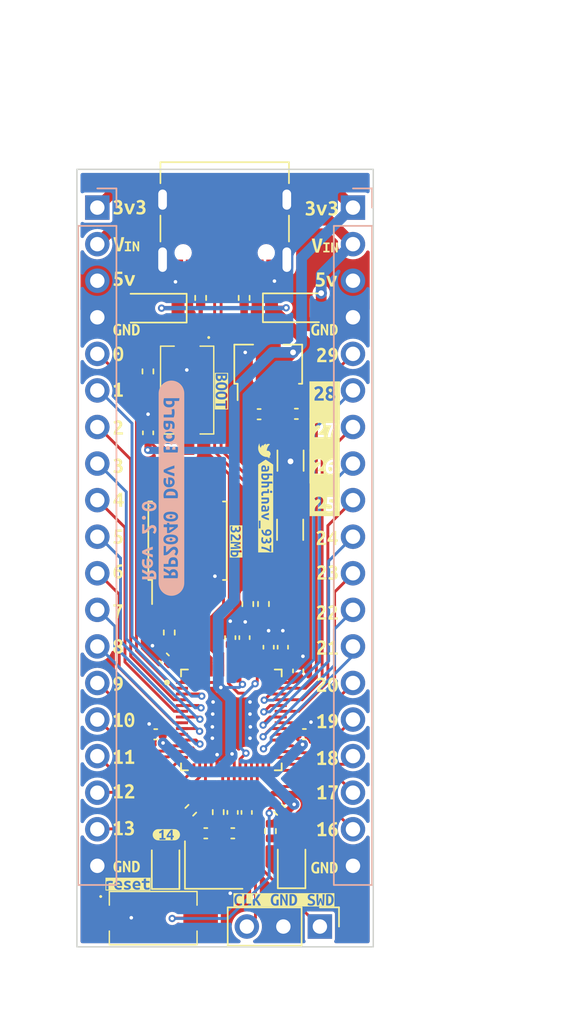
<source format=kicad_pcb>
(kicad_pcb (version 20211014) (generator pcbnew)
  (title_block (comment 4 "AISLER Project ID: OEXKGPPK"))
  (layers (0 "F.Cu" signal) (1 "In1.Cu" power "GND") (2 "In2.Cu" power "3.3V") (31 "B.Cu" signal) (34 "B.Paste" user) (35 "F.Paste" user) (36 "B.SilkS" user "B.Silkscreen") (37 "F.SilkS" user "F.Silkscreen") (38 "B.Mask" user) (39 "F.Mask" user) (44 "Edge.Cuts" user))
  (net 0 "")
  (net 2 "Net-(D3-Pad2)")
  (net 3 "GND")
  (net 4 "Net-(D6-Pad2)")
  (net 5 "/QSPI_SD1")
  (net 6 "/QSPI_SD2")
  (net 7 "/QSPI_SD0")
  (net 8 "/QSPI_SCLK")
  (net 9 "/QSPI_SD3")
  (net 10 "+3V3")
  (net 11 "VIN")
  (net 12 "VBUS")
  (net 13 "/GPIO0")
  (net 14 "/GPIO1")
  (net 15 "/GPIO2")
  (net 16 "/GPIO3")
  (net 17 "/GPIO4")
  (net 18 "/GPIO5")
  (net 19 "/GPIO6")
  (net 20 "/GPIO7")
  (net 21 "/GPIO8")
  (net 22 "/GPIO9")
  (net 23 "/GPIO10")
  (net 24 "/GPIO11")
  (net 25 "/GPIO12")
  (net 26 "/GPIO13")
  (net 27 "/SWD")
  (net 28 "/SWCLK")
  (net 29 "/GPIO29{slash}ADC3")
  (net 30 "/GPIO28{slash}ADC2")
  (net 31 "/GPIO27{slash}ADC1")
  (net 32 "/GPIO26{slash}ADC0")
  (net 33 "/GPIO25")
  (net 34 "/GPIO24")
  (net 35 "/GPIO23")
  (net 36 "/GPIO22")
  (net 37 "/GPIO21")
  (net 38 "/GPIO20")
  (net 39 "/GPIO19")
  (net 40 "/GPIO18")
  (net 41 "/GPIO17")
  (net 42 "/GPIO16")
  (net 43 "/GPIO14")
  (net 44 "Net-(C3-Pad1)")
  (net 45 "Net-(R1-Pad2)")
  (net 46 "+1V1")
  (net 47 "Net-(R4-Pad1)")
  (net 48 "Net-(R5-Pad1)")
  (net 49 "/QSPI_SS")
  (net 50 "VHI")
  (net 51 "Net-(J1-PadA5)")
  (net 52 "/USB_D+")
  (net 53 "/USB_D-")
  (net 55 "Net-(J1-PadB5)")
  (net 57 "Net-(C4-Pad1)")
  (net 58 "Net-(R6-Pad1)")
  (net 59 "/~{RESET}")
  (footprint "Capacitor_SMD:C_0402_1005Metric" (layer "F.Cu") (at 135.2042 103.8124 90)
    (fp_text reference "C16" hide)
    (fp_text value "10uF")
  )
  (footprint "Capacitor_SMD:C_0402_1005Metric" (layer "F.Cu") (at 126.9492 104.5718 135)
    (fp_text reference "C2" hide)
    (fp_text value "10uF")
  )
  (footprint "kibuzzard-630E1EF5" (layer "F.Cu") (at 124.714 75.9714)
    (fp_text reference "kibuzzard-630E1EF5" hide)
    (fp_text value "G***" hide)
  )
  (footprint "kibuzzard-630E1D5E" (layer "F.Cu") (at 123.7488 106.3498)
    (fp_text reference "kibuzzard-630E1D5E" hide)
    (fp_text value "G***" hide)
  )
  (footprint "Crystal:Crystal_SMD_3225-4Pin_3.2x2.5mm" (layer "F.Cu") (at 130.3956 118.9428)
    (fp_text reference "Y1" hide)
    (fp_text value "12MHz")
  )
  (footprint "kibuzzard-630E20E0" (layer "F.Cu") (at 138.28141 96.2152)
    (fp_text reference "kibuzzard-630E20E0" hide)
    (fp_text value "G***" hide)
  )
  (footprint "kibuzzard-630E1D29" (layer "F.Cu") (at 123.7488 96.139)
    (fp_text reference "kibuzzard-630E1D29" hide)
    (fp_text value "G***" hide)
  )
  (footprint "kibuzzard-630E20CF" (layer "F.Cu") (at 138.291729 101.3968)
    (fp_text reference "kibuzzard-630E20CF" hide)
    (fp_text value "G***" hide)
  )
  (footprint "kibuzzard-630E1E94" (layer "F.Cu") (at 124.541756 73.2536)
    (fp_text reference "kibuzzard-630E1E94" hide)
    (fp_text value "G***" hide)
  )
  (footprint "Capacitor_SMD:C_0402_1005Metric" (layer "F.Cu") (at 125.8316 88.9254 90)
    (fp_text reference "C18" hide)
    (fp_text value "10uF")
  )
  (footprint "kibuzzard-630E1EE1" (layer "F.Cu") (at 123.7996 75.824001)
    (fp_text reference "kibuzzard-630E1EE1" hide)
    (fp_text value "G***" hide)
  )
  (footprint "kibuzzard-630E2104" (layer "F.Cu") (at 138.295697 83.5152)
    (fp_text reference "kibuzzard-630E2104" hide)
    (fp_text value "G***" hide)
  )
  (footprint "kibuzzard-630E1D11" (layer "F.Cu") (at 123.778169 93.5736)
    (fp_text reference "kibuzzard-630E1D11" hide)
    (fp_text value "G***" hide)
  )
  (footprint "Package_TO_SOT_SMD:SOT-89-3" (layer "F.Cu") (at 134.1882 84.455 90)
    (fp_text reference "U2" hide)
    (fp_text value "AP1117-33")
  )
  (footprint "kibuzzard-630E1E94" (layer "F.Cu") (at 137.898822 73.3298)
    (fp_text reference "kibuzzard-630E1E94" hide)
    (fp_text value "G***" hide)
  )
  (footprint "kibuzzard-630E1CDD" (layer "F.Cu") (at 123.7488 85.9282)
    (fp_text reference "kibuzzard-630E1CDD" hide)
    (fp_text value "G***" hide)
  )
  (footprint "kibuzzard-630E264D" (layer "F.Cu") (at 138.1125 93.3704)
    (fp_text reference "kibuzzard-630E264D" hide)
    (fp_text value "G***" hide)
  )
  (footprint "kibuzzard-630E20AD" (layer "F.Cu") (at 138.294904 111.506)
    (fp_text reference "kibuzzard-630E20AD" hide)
    (fp_text value "G***" hide)
  )
  (footprint "kibuzzard-630E1D34" (layer "F.Cu") (at 123.7488 98.552)
    (fp_text reference "kibuzzard-630E1D34" hide)
    (fp_text value "G***" hide)
  )
  (footprint "kibuzzard-630E1EF5" (layer "F.Cu") (at 138.517947 76.0476)
    (fp_text reference "kibuzzard-630E1EF5" hide)
    (fp_text value "G***" hide)
  )
  (footprint "Diode_SMD:D_SOD-123" (layer "F.Cu") (at 136.0678 80.2386)
    (fp_text reference "D5" hide)
    (fp_text value "B5819W SL")
  )
  (footprint "Resistor_SMD:R_0402_1005Metric" (layer "F.Cu") (at 130.7084 115.2706 90)
    (fp_text reference "R1" hide)
    (fp_text value "1k")
  )
  (footprint "Resistor_SMD:R_0402_1005Metric" (layer "F.Cu") (at 134.9756 115.0874 -45)
    (fp_text reference "R10" hide)
    (fp_text value "1k")
  )
  (footprint "My Library:PTS636SK25FSMTRLFS" (layer "F.Cu") (at 126.1872 122.6312)
    (fp_text reference "SW2" hide)
    (fp_text value "PTS 636" hide)
  )
  (footprint "Capacitor_SMD:C_0402_1005Metric" (layer "F.Cu") (at 131.5466 103.1494 90)
    (fp_text reference "C1" hide)
    (fp_text value "10uF")
  )
  (footprint "kibuzzard-630E1D4B" (layer "F.Cu") (at 123.743244 101.3206)
    (fp_text reference "kibuzzard-630E1D4B" hide)
    (fp_text value "G***" hide)
  )
  (footprint "kibuzzard-630E1DDD" (layer "F.Cu") (at 123.763882 83.439)
    (fp_text reference "kibuzzard-630E1DDD" hide)
    (fp_text value "G***" hide)
  )
  (footprint "LED_SMD:LED_0805_2012Metric" (layer "F.Cu") (at 127.0508 118.9228 90)
    (fp_text reference "D6" hide)
    (fp_text value "Green")
  )
  (footprint "Capacitor_SMD:C_0402_1005Metric" (layer "F.Cu") (at 134.2136 103.8124 90)
    (fp_text reference "C11" hide)
    (fp_text value "10uF")
  )
  (footprint "kibuzzard-630E1D68" (layer "F.Cu") (at 124.150438 108.8644)
    (fp_text reference "kibuzzard-630E1D68" hide)
    (fp_text value "G***" hide)
  )
  (footprint "My Library:PTS636SK25FSMTRLFS" (layer "F.Cu") (at 128.5494 85.9536 -90)
    (fp_text reference "SW1" hide)
    (fp_text value "PTS 636" hide)
  )
  (footprint "kibuzzard-630E20BA" (layer "F.Cu") (at 138.299666 108.9406)
    (fp_text reference "kibuzzard-630E20BA" hide)
    (fp_text value "G***" hide)
  )
  (footprint "Resistor_SMD:R_0402_1005Metric" (layer "F.Cu") (at 129.4892 79.5528 90)
    (fp_text reference "R2" hide)
    (fp_text value "5.1k")
  )
  (footprint "kibuzzard-630E1F07" (layer "F.Cu") (at 124.333 81.7626)
    (fp_text reference "kibuzzard-630E1F07" hide)
    (fp_text value "G***" hide)
  )
  (footprint "Capacitor_SMD:C_0402_1005Metric" (layer "F.Cu") (at 132.6896 115.2906 -90)
    (fp_text reference "C8" hide)
    (fp_text value "10uF")
  )
  (footprint "kibuzzard-630E20C1" (layer "F.Cu") (at 138.289347 106.426)
    (fp_text reference "kibuzzard-630E20C1" hide)
    (fp_text value "G***" hide)
  )
  (footprint "LED_SMD:LED_0805_2012Metric" (layer "F.Cu") (at 135.8138 118.872 90)
    (fp_text reference "D3" hide)
    (fp_text value "Red")
  )
  (footprint "Capacitor_SMD:C_0402_1005Metric" (layer "F.Cu") (at 131.709 115.2906 -90)
    (fp_text reference "C9" hide)
    (fp_text value "10uF")
  )
  (footprint "Capacitor_SMD:C_0402_1005Metric" (layer "F.Cu") (at 129.8448 116.7384 180)
    (fp_text reference "C3" hide)
    (fp_text value "27pF")
  )
  (footprint "kibuzzard-630E1F07" (layer "F.Cu") (at 124.340779 119.0498)
    (fp_text reference "kibuzzard-630E1F07" hide)
    (fp_text value "G***" hide)
  )
  (footprint "kibuzzard-630E1E9D" (layer "F.Cu") (at 138.2268 78.2828)
    (fp_text reference "kibuzzard-630E1E9D" hide)
    (fp_text value "G***" hide)
  )
  (footprint "Resistor_SMD:R_0402_1005Metric" (layer "F.Cu") (at 134.3406 116.586 90)
    (fp_text reference "R8" hide)
    (fp_text value "10k")
  )
  (footprint "My Library:QFN40P700X700X90-57N" (layer "F.Cu") (at 131.6228 108.8644)
    (fp_text reference "U1" hide)
    (fp_text value "RP2040")
  )
  (footprint "kibuzzard-630E1D93" (layer "F.Cu") (at 124.139325 116.3828)
    (fp_text reference "kibuzzard-630E1D93" hide)
    (fp_text value "G***" hide)
  )
  (footprint "Resistor_SMD:R_0402_1005Metric" (layer "F.Cu") (at 128.8034 115.1382 45)
    (fp_text reference "R9" hide)
    (fp_text value "10k")
  )
  (footprint "Capacitor_SMD:C_1206_3216Metric" (layer "F.Cu") (at 135.7376 90.8558 -90)
    (fp_text reference "C6" hide)
    (fp_text value "100uF")
  )
  (footprint "Capacitor_SMD:C_0402_1005Metric" (layer "F.Cu") (at 136.144 87.6046)
    (fp_text reference "C5" hide)
    (fp_text value "10uF")
  )
  (footprint "Capacitor_SMD:C_0402_1005Metric" (layer "F.Cu") (at 131.7244 116.7384)
    (fp_text reference "C4" hide)
    (fp_text value "27pF")
  )
  (footprint "kibuzzard-630E1CFE" (layer "F.Cu") (at 123.748007 91.2114)
    (fp_text reference "kibuzzard-630E1CFE" hide)
    (fp_text value "G***" hide)
  )
  (footprint "Capacitor_SMD:C_1206_3216Metric" (layer "F.Cu") (at 135.7122 95.6564 90)
    (fp_text reference "C12" hide)
    (fp_text value "100uF")
  )
  (footprint "Capacitor_SMD:C_0402_1005Metric" (layer "F.Cu") (at 136.271 105.4608 90)
    (fp_text reference "C7" hide)
    (fp_text value "10uF")
  )
  (footprint "kibuzzard-630E1EE1" (layer "F.Cu") (at 137.5918 75.9206)
    (fp_text reference "kibuzzard-630E1EE1" hide)
    (fp_text value "G***" hide)
  )
  (footprint "kibuzzard-630E1F17" (layer "F.Cu") (at 124.4346 120.269)
    (fp_text reference "kibuzzard-630E1F17" hide)
    (fp_text value "G***" hide)
  )
  (footprint "kibuzzard-630E1F07" (layer "F.Cu") (at 138.0998 119.126)
    (fp_text reference "kibuzzard-630E1F07" hide)
    (fp_text value "G***" hide)
  )
  (footprint "kibuzzard-630E22AA" (layer "F.Cu") (at 131.953 96.4692 -90)
    (fp_text reference "kibuzzard-630E22AA" hide)
    (fp_text value "G***" hide)
  )
  (footprint "kibuzzard-630E20DA" (layer "F.Cu") (at 138.30046 98.6282)
    (fp_text reference "kibuzzard-630E20DA" hide)
    (fp_text value "G***" hide)
  )
  (footprint "kibuzzard-630E21C9" (layer "F.Cu") (at 135.2804 121.3612)
    (fp_text reference "kibuzzard-630E21C9" hide)
    (fp_text value "G***" hide)
  )
  (footprint "kibuzzard-630E217B" (layer "F.Cu") (at 130.937 86.0298 -90)
    (fp_text reference "kibuzzard-630E217B" hide)
    (fp_text value "G***" hide)
  )
  (footprint "kibuzzard-630E1D55" (layer "F.Cu") (at 123.7488 103.759)
    (fp_text reference "kibuzzard-630E1D55" hide)
    (fp_text value "G***" hide)
  )
  (footprint "kibuzzard-630E1D83" (layer "F.Cu") (at 124.148057 113.8174)
    (fp_text reference "kibuzzard-630E1D83" hide)
    (fp_text value "G***" hide)
  )
  (footprint "Capacitor_SMD:C_0402_1005Metric" (layer "F.Cu") (at 132.5372 103.1494 90)
    (fp_text reference "C17" hide)
    (fp_text value "10uF")
  )
  (footprint "Diode_SMD:D_SOD-123" (layer "F.Cu") (at 126.2644 80.264 180)
    (fp_text reference "D4" hide)
    (fp_text value "B5819W SL")
  )
  (footprint "kibuzzard-630E20C7" (layer "F.Cu") (at 138.29411 103.8352)
    (fp_text reference "kibuzzard-630E20C7" hide)
    (fp_text value "G***" hide)
  )
  (footprint "Resistor_SMD:R_0402_1005Metric" (layer "F.Cu") (at 125.8216 84.6582 -90)
    (fp_text reference "R6" hide)
    (fp_text value "1k")
  )
  (footprint "Package_SO:SOIC-8_5.23x5.23mm_P1.27mm" (layer "F.Cu") (at 128.5748 96.4184 90)
    (fp_text reference "U3" hide)
    (fp_text value "W25Q32JVSS")
  )
  (footprint "Connector_USB:USB_C_Receptacle_Palconn_UTC16-G" (layer "F.Cu") (at 131.16 74.965 180)
    (fp_text reference "J1" hide)
    (fp_text value "USB_C_Receptacle_USB2.0")
  )
  (footprint "Capacitor_SMD:C_0402_1005Metric" (layer "F.Cu") (at 126.365 109.8644 180)
    (fp_text reference "C10" hide)
    (fp_text value "10uF")
  )
  (footprint "kibuzzard-630E2223" (layer "F.Cu") (at 127.1016 116.84)
    (fp_text reference "kibuzzard-630E2223" hide)
    (fp_text value "G***" hide)
  )
  (footprint "kibuzzard-630E1F07" (layer "F.Cu") (at 138.0998 81.7626)
    (fp_text reference "kibuzzard-630E1F07" hide)
    (fp_text value "G***" hide)
  )
  (footprint "kibuzzard-630E260B" (layer "F.Cu") (at 138.115674 86.6902)
    (fp_text reference "kibuzzard-630E260B" hide)
    (fp_text value "G***" hide)
  )
  (footprint "kibuzzard-630E209E" (layer "F.Cu") (at 138.301254 116.459)
    (fp_text reference "kibuzzard-630E209E" hide)
    (fp_text value "G***" hide)
  )
  (footprint "kibuzzard-630E1CF2" (layer "F.Cu") (at 123.75515 88.5444)
    (fp_text reference "kibuzzard-630E1CF2" hide)
    (fp_text value "G***" hide)
  )
  (footprint "Resistor_SMD:R_0402_1005Metric" (layer "F.Cu") (at 132.5118 79.5528 90)
    (fp_text reference "R3" hide)
    (fp_text value "5.1k")
  )
  (footprint "Connector_PinHeader_2.54mm:PinHeader_1x03_P2.54mm_Vertical" (layer "F.Cu") (at 137.78 123.2154 -90)
    (fp_text reference "J3" hide)
    (fp_text value "Conn_01x03_Male")
  )
  (footprint "My Library:Twitter-logo" (layer "F.Cu") (at 133.942481 90.2208 -90)
    (fp_text reference "G" hide)
    (fp_text value "LOGO" hide)
  )
  (footprint "Resistor_SMD:R_0402_1005Metric" (layer "F.Cu") (at 133.858 100.8126 90)
    (fp_text reference "R4" hide)
    (fp_text value "27")
  )
  (footprint "kibuzzard-630E1D7D" (layer "F.Cu") (at 124.145675 111.4298)
    (fp_text reference "kibuzzard-630E1D7D" hide)
    (fp_text value "G***" hide)
  )
  (footprint "Resistor_SMD:R_0402_1005Metric" (layer "F.Cu") (at 132.7682 100.8156 90)
    (fp_text reference "R5" hide)
    (fp_text value "27")
  )
  (footprint "kibuzzard-630E263B" (layer "F.Cu") (at 138.107737 89.0524)
    (fp_text reference "kibuzzard-630E263B" hide)
    (fp_text value "G***" hide)
  )
  (footprint "Capacitor_SMD:C_0402_1005Metric" (layer "F.Cu") (at 136.7002 109.855)
    (fp_text reference "C13" hide)
    (fp_text value "10uF")
  )
  (footprint "kibuzzard-630E20A5" (layer "F.Cu") (at 138.302841 113.8936)
    (fp_text reference "kibuzzard-630E20A5" hide)
    (fp_text value "G***" hide)
  )
  (footprint "Resistor_SMD:R_0402_1005Metric" (layer "F.Cu") (at 127.3048 102.7938 -90)
    (fp_text reference "R7" hide)
    (fp_text value "10k")
  )
  (footprint "Capacitor_SMD:C_0402_1005Metric" (layer "F.Cu") (at 133.5532 87.63 180)
    (fp_text reference "C15" hide)
    (fp_text value "10uF")
  )
  (footprint "kibuzzard-630E24DB" (layer "F.Cu") (at 134.0104 94.0054 -90)
    (fp_text reference "kibuzzard-630E24DB" hide)
    (fp_text value "G***" hide)
  )
  (footprint "kibuzzard-630E262A" (layer "F.Cu") (at 138.10615 91.2622)
    (fp_text reference "kibuzzard-630E262A" hide)
    (fp_text value "G***" hide)
  )
  (footprint "kibuzzard-630E1E9D" (layer "F.Cu") (at 124.177425 78.232)
    (fp_text reference "kibuzzard-630E1E9D" hide)
    (fp_text value "G***" hide)
  )
  (footprint "Connector_PinHeader_2.54mm:PinHeader_1x19_P2.54mm_Vertical" (layer "B.Cu") (at 122.301 73.279 180)
    (fp_text reference "J2" hide)
    (fp_text value "Conn_01x19_Male")
  )
  (footprint "Connector_PinHeader_2.54mm:PinHeader_1x19_P2.54mm_Vertical" (layer "B.Cu") (at 140.081 73.279 180)
    (fp_text reference "J4" hide)
    (fp_text value "Conn_01x19_Male")
  )
  (footprint "kibuzzard-630E27EE" (layer "B.Cu") (at 125.9078 96.393 90)
    (fp_text reference "kibuzzard-630E27EE" hide)
    (fp_text value "G***" hide)
  )
  (footprint "kibuzzard-630E27BD" (layer "B.Cu") (at 127.4572 92.769267 90)
    (fp_text reference "kibuzzard-630E27BD" hide)
    (fp_text value "G***" hide)
  )
  (gr_rect (start 120.883 70.62) (end 141.4916 124.6278) (layer "Edge.Cuts") (width 0.1) (fill none))
  (segment (start 134.3406 117.096) (end 134.9753 117.096) (width 0.2) (layer "F.Cu") (net 2))
  (segment (start 134.9753 117.096) (end 135.8138 117.9345) (width 0.2) (layer "F.Cu") (net 2))
  (segment (start 136.9876 87.9682) (end 136.9876 89.954328) (width 0.3) (layer "F.Cu") (net 3))
  (segment (start 124.6378 122.6312) (end 124.6632 122.6058) (width 0.2) (layer "F.Cu") (net 3))
  (segment (start 131.5956 119.7928) (end 131.4956 119.7928) (width 0.2) (layer "F.Cu") (net 3))
  (segment (start 132.5372 102.108) (end 132.588 102.0572) (width 0.2) (layer "F.Cu") (net 3))
  (segment (start 128.8183 118.0928) (end 127.0508 119.8603) (width 0.2) (layer "F.Cu") (net 3))
  (segment (start 136.9876 89.954328) (end 136.035328 90.9066) (width 0.3) (layer "F.Cu") (net 3))
  (segment (start 127.0508 119.8603) (end 123.2259 119.8603) (width 0.2) (layer "F.Cu") (net 3))
  (segment (start 132.5118 80.0628) (end 132.5118 83.2612) (width 0.52) (layer "F.Cu") (net 3))
  (segment (start 135.2042 103.3324) (end 135.2042 102.6668) (width 0.2) (layer "F.Cu") (net 3))
  (segment (start 132.6896 116.2532) (end 132.2044 116.7384) (width 0.2) (layer "F.Cu") (net 3))
  (segment (start 125.8316 88.4454) (end 125.8316 87.63) (width 0.2) (layer "F.Cu") (net 3))
  (segment (start 135.8138 119.8095) (end 139.2959 119.8095) (width 0.2) (layer "F.Cu") (net 3))
  (segment (start 130.6228 111.2868) (end 130.6322 111.2774) (width 0.2) (layer "F.Cu") (net 3))
  (segment (start 132.5118 83.2612) (end 132.588 83.3374) (width 0.52) (layer "F.Cu") (net 3))
  (segment (start 130.6228 112.2994) (end 130.6228 111.2868) (width 0.2) (layer "F.Cu") (net 3))
  (segment (start 139.2959 119.8095) (end 140.1064 118.999) (width 0.2) (layer "F.Cu") (net 3))
  (segment (start 132.6882 83.4376) (end 132.588 83.3374) (width 0.75) (layer "F.Cu") (net 3))
  (segment (start 135.7376 92.3308) (end 135.7376 90.9066) (width 0.75) (layer "F.Cu") (net 3))
  (segment (start 128.5494 82.6536) (end 128.5494 84.5312) (width 0.3) (layer "F.Cu") (net 3))
  (segment (start 127.96 77.475) (end 127.42 77.475) (width 0.3) (layer "F.Cu") (net 3))
  (segment (start 137.1802 109.037) (end 137.16 109.0168) (width 0.2) (layer "F.Cu") (net 3))
  (segment (start 131.709 115.7706) (end 132.6896 115.7706) (width 0.2) (layer "F.Cu") (net 3))
  (segment (start 134.36 77.475) (end 134.9 77.475) (width 0.3) (layer "F.Cu") (net 3))
  (segment (start 127.96 77.475) (end 127.96 78.2118) (width 0.3) (layer "F.Cu") (net 3))
  (segment (start 132.4956 117.0296) (end 132.4956 118.8928) (width 0.2) (layer "F.Cu") (net 3))
  (segment (start 130.4798 100.0184) (end 130.4798 98.8822) (width 0.2) (layer "F.Cu") (net 3))
  (segment (start 134.36 77.475) (end 134.36 78.1244) (width 0.3) (layer "F.Cu") (net 3))
  (segment (start 136.624 87.6046) (end 136.9876 87.9682) (width 0.3) (layer "F.Cu") (net 3))
  (segment (start 129.2956 118.0928) (end 129.2956 116.8076) (width 0.2) (layer "F.Cu") (net 3))
  (segment (start 135.7122 92.3562) (end 135.7376 92.3308) (width 0.75) (layer "F.Cu") (net 3))
  (segment (start 136.271 104.9808) (end 136.271 104.775) (width 0.2) (layer "F.Cu") (net 3))
  (segment (start 126.609789 104.181589) (end 126.1364 103.7082) (width 0.2) (layer "F.Cu") (net 3))
  (segment (start 125.885 109.8644) (end 125.885 109.1666) (width 0.2) (layer "F.Cu") (net 3))
  (segment (start 129.2956 116.8076) (end 129.3648 116.7384) (width 0.2) (layer "F.Cu") (net 3))
  (segment (start 127.42 77.475) (end 126.84 76.895) (width 0.3) (layer "F.Cu") (net 3))
  (segment (start 132.6882 86.105) (end 132.6882 87.245) (width 0.75) (layer "F.Cu") (net 3))
  (segment (start 131.5466 102.6694) (end 131.5466 102.0064) (width 0.2) (layer "F.Cu") (net 3))
  (segment (start 134.9 77.475) (end 135.48 76.895) (width 0.3) (layer "F.Cu") (net 3))
  (segment (start 136.271 104.775) (end 136.6012 104.4448) (width 0.2) (layer "F.Cu") (net 3))
  (segment (start 126.609789 104.232389) (end 126.609789 104.181589) (width 0.2) (layer "F.Cu") (net 3))
  (segment (start 137.1802 109.855) (end 137.1802 109.037) (width 0.2) (layer "F.Cu") (net 3))
  (segment (start 131.709 116.243) (end 132.2044 116.7384) (width 0.2) (layer "F.Cu") (net 3))
  (segment (start 134.2136 103.3324) (end 134.2136 102.6668) (width 0.2) (layer "F.Cu") (net 3))
  (segment (start 129.2956 118.0928) (end 128.8183 118.0928) (width 0.2) (layer "F.Cu") (net 3))
  (segment (start 132.6896 115.7706) (end 132.6896 116.2532) (width 0.2) (layer "F.Cu") (net 3))
  (segment (start 128.5494 84.5312) (end 128.524 84.5566) (width 0.3) (layer "F.Cu") (net 3))
  (segment (start 131.4956 120.853) (end 131.5466 120.904) (width 0.2) (layer "F.Cu") (net 3))
  (segment (start 136.035328 90.9066) (end 135.7376 90.9066) (width 0.3) (layer "F.Cu") (net 3))
  (segment (start 123.2259 119.8603) (end 122.34 118.9744) (width 0.2) (layer "F.Cu") (net 3))
  (segment (start 132.2044 116.7384) (end 132.4956 117.0296) (width 0.2) (layer "F.Cu") (net 3))
  (segment (start 135.7122 94.1814) (end 135.7122 92.3562) (width 0.75) (layer "F.Cu") (net 3))
  (segment (start 125.885 109.1666) (end 125.9078 109.1438) (width 0.2) (layer "F.Cu") (net 3))
  (segment (start 127.96 78.2118) (end 127.7366 78.4352) (width 0.3) (layer "F.Cu") (net 3))
  (segment (start 129.4892 80.0628) (end 129.4892 81.7138) (width 0.3) (layer "F.Cu") (net 3))
  (segment (start 132.6882 86.105) (end 132.6882 83.4376) (width 0.75) (layer "F.Cu") (net 3))
  (segment (start 134.36 78.1244) (end 134.62 78.3844) (width 0.3) (layer "F.Cu") (net 3))
  (segment (start 132.5372 102.6694) (end 132.5372 102.108) (width 0.2) (layer "F.Cu") (net 3))
  (segment (start 132.6882 87.245) (end 133.0732 87.63) (width 0.75) (layer "F.Cu") (net 3))
  (segment (start 122.8872 122.6312) (end 124.6378 122.6312) (width 0.2) (layer "F.Cu") (net 3))
  (segment (start 132.4956 118.8928) (end 131.5956 119.7928) (width 0.2) (layer "F.Cu") (net 3))
  (segment (start 131.4956 119.7928) (end 131.4956 120.853) (width 0.2) (layer "F.Cu") (net 3))
  (segment (start 129.4892 81.7138) (end 128.5494 82.6536) (width 0.3) (layer "F.Cu") (net 3))
  (segment (start 131.709 115.7706) (end 131.709 116.243) (width 0.2) (layer "F.Cu") (net 3))
  (via (at 132.9182 110.1344) (size 0.51) (drill 0.25) (layers "F.Cu" "B.Cu") (net 3))
  (via (at 125.9078 109.1438) (size 0.51) (drill 0.25) (layers "F.Cu" "B.Cu") (net 3))
  (via (at 124.6632 122.6058) (size 0.51) (drill 0.25) (layers "F.Cu" "B.Cu") (net 3))
  (via (at 131.5466 120.904) (size 0.51) (drill 0.25) (layers "F.Cu" "B.Cu") (net 3))
  (via (at 130.6322 111.2774) (size 0.51) (drill 0.25) (layers "F.Cu" "B.Cu") (net 3))
  (via (at 132.9182 107.6198) (size 0.51) (drill 0.25) (layers "F.Cu" "B.Cu") (net 3))
  (via (at 130.4798 98.8822) (size 0.51) (drill 0.25) (layers "F.Cu" "B.Cu") (net 3))
  (via (at 132.9436 109.347) (size 0.51) (drill 0.25) (layers "F.Cu" "B.Cu") (net 3))
  (via (at 130.3528 107.6198) (size 0.51) (drill 0.25) (layers "F.Cu" "B.Cu") (net 3))
  (via (at 137.16 109.0168) (size 0.51) (drill 0.25) (layers "F.Cu" "B.Cu") (net 3))
  (via (at 132.588 102.0572) (size 0.51) (drill 0.25) (layers "F.Cu" "B.Cu") (net 3))
  (via (at 130.3274 108.458) (size 0.51) (drill 0.25) (layers "F.Cu" "B.Cu") (net 3))
  (via (at 134.62 78.3844) (size 0.51) (drill 0.25) (layers "F.Cu" "B.Cu") (net 3))
  (via (at 135.7376 90.9066) (size 0.8) (drill 0.4) (layers "F.Cu" "B.Cu") (net 3))
  (via (at 136.6012 104.4448) (size 0.51) (drill 0.25) (layers "F.Cu" "B.Cu") (net 3))
  (via (at 132.588 83.3374) (size 0.51) (drill 0.25) (layers "F.Cu" "B.Cu") (net 3))
  (via (at 135.2042 102.6668) (size 0.51) (drill 0.25) (layers "F.Cu" "B.Cu") (net 3))
  (via (at 128.524 84.5566) (size 0.51) (drill 0.25) (layers "F.Cu" "B.Cu") (net 3))
  (via (at 132.9182 108.458) (size 0.51) (drill 0.25) (layers "F.Cu" "B.Cu") (net 3))
  (via (at 125.8316 87.63) (size 0.51) (drill 0.25) (layers "F.Cu" "B.Cu") (net 3))
  (via (at 130.302 109.347) (size 0.51) (drill 0.25) (layers "F.Cu" "B.Cu") (net 3))
  (via (at 134.2136 102.6668) (size 0.51) (drill 0.25) (layers "F.Cu" "B.Cu") (net 3))
  (via (at 127.7366 78.4352) (size 0.51) (drill 0.25) (layers "F.Cu" "B.Cu") (net 3))
  (via (at 131.5466 102.0064) (size 0.51) (drill 0.25) (layers "F.Cu" "B.Cu") (net 3))
  (via (at 130.302 110.1344) (size 0.51) (drill 0.25) (layers "F.Cu" "B.Cu") (net 3))
  (via (at 126.1364 103.7082) (size 0.51) (drill 0.25) (layers "F.Cu" "B.Cu") (net 3))
  (segment (start 127.0508 116.8908) (end 127.0508 117.9853) (width 0.2) (layer "F.Cu") (net 4))
  (segment (start 128.442776 115.498824) (end 127.0508 116.8908) (width 0.2) (layer "F.Cu") (net 4))
  (segment (start 127.9398 102.35382) (end 128.983396 103.397416) (width 0.2) (layer "F.Cu") (net 5))
  (segment (start 128.983396 104.457448) (end 129.4228 104.896852) (width 0.2) (layer "F.Cu") (net 5))
  (segment (start 128.983396 103.397416) (end 128.983396 104.457448) (width 0.2) (layer "F.Cu") (net 5))
  (segment (start 129.4228 104.896852) (end 129.4228 105.4294) (width 0.2) (layer "F.Cu") (net 5))
  (segment (start 127.9398 100.0184) (end 127.9398 102.35382) (width 0.2) (layer "F.Cu") (net 5))
  (segment (start 129.445299 104.342533) (end 129.382897 104.280131) (width 0.2) (layer "F.Cu") (net 6))
  (segment (start 129.8228 105.4294) (end 129.8228 104.731166) (width 0.2) (layer "F.Cu") (net 6))
  (segment (start 129.445299 104.353665) (end 129.445299 104.342533) (width 0.2) (layer "F.Cu") (net 6))
  (segment (start 129.382897 104.280131) (end 129.382897 100.191497) (width 0.2) (layer "F.Cu") (net 6))
  (segment (start 129.382897 100.191497) (end 129.2098 100.0184) (width 0.2) (layer "F.Cu") (net 6))
  (segment (start 129.8228 104.731166) (end 129.445299 104.353665) (width 0.2) (layer "F.Cu") (net 6))
  (segment (start 129.8448 93.4534) (end 130.4798 92.8184) (width 0.2) (layer "F.Cu") (net 7))
  (segment (start 130.2228 105.4294) (end 130.2228 104.88596) (width 0.2) (layer "F.Cu") (net 7))
  (segment (start 129.8448 104.188186) (end 129.8448 93.4534) (width 0.2) (layer "F.Cu") (net 7))
  (segment (start 130.222301 104.565687) (end 129.8448 104.188186) (width 0.2) (layer "F.Cu") (net 7))
  (segment (start 130.2228 104.88596) (end 130.222301 104.885461) (width 0.2) (layer "F.Cu") (net 7))
  (segment (start 130.222301 104.885461) (end 130.222301 104.565687) (width 0.2) (layer "F.Cu") (net 7))
  (segment (start 131.0798 100.854796) (end 130.244301 101.690295) (width 0.2) (layer "F.Cu") (net 8))
  (segment (start 129.2098 92.8184) (end 129.2098 92.652004) (width 0.2) (layer "F.Cu") (net 8))
  (segment (start 130.6228 105.00038) (end 130.6228 105.4294) (width 0.2) (layer "F.Cu") (net 8))
  (segment (start 130.816196 91.7184) (end 131.0798 91.982004) (width 0.2) (layer "F.Cu") (net 8))
  (segment (start 130.622301 104.999881) (end 130.6228 105.00038) (width 0.2) (layer "F.Cu") (net 8))
  (segment (start 130.143404 91.7184) (end 130.816196 91.7184) (width 0.2) (layer "F.Cu") (net 8))
  (segment (start 129.2098 92.652004) (end 130.143404 91.7184) (width 0.2) (layer "F.Cu") (net 8))
  (segment (start 130.244301 101.690295) (end 130.244301 104.022001) (width 0.2) (layer "F.Cu") (net 8))
  (segment (start 130.622301 104.400002) (end 130.622301 104.999881) (width 0.2) (layer "F.Cu") (net 8))
  (segment (start 130.244301 104.022001) (end 130.622301 104.400002) (width 0.2) (layer "F.Cu") (net 8))
  (segment (start 131.0798 91.982004) (end 131.0798 100.854796) (width 0.2) (layer "F.Cu") (net 8))
  (segment (start 130.981676 91.3189) (end 131.479301 91.816525) (width 0.2) (layer "F.Cu") (net 9))
  (segment (start 130.643802 101.855774) (end 130.643802 103.855817) (width 0.2) (layer "F.Cu") (net 9))
  (segment (start 130.643802 103.855817) (end 131.022301 104.234317) (width 0.2) (layer "F.Cu") (net 9))
  (segment (start 131.022301 105.428901) (end 131.0228 105.4294) (width 0.2) (layer "F.Cu") (net 9))
  (segment (start 131.479301 101.020275) (end 130.643802 101.855774) (width 0.2) (layer "F.Cu") (net 9))
  (segment (start 131.022301 104.234317) (end 131.022301 105.428901) (width 0.2) (layer "F.Cu") (net 9))
  (segment (start 131.479301 91.816525) (end 131.479301 101.020275) (width 0.2) (layer "F.Cu") (net 9))
  (segment (start 129.272905 91.318899) (end 130.981676 91.3189) (width 0.2) (layer "F.Cu") (net 9))
  (segment (start 127.9398 92.652004) (end 129.272905 91.318899) (width 0.2) (layer "F.Cu") (net 9))
  (segment (start 127.9398 92.8184) (end 127.9398 92.652004) (width 0.2) (layer "F.Cu") (net 9))
  (segment (start 135.0578 106.2644) (end 135.9474 106.2644) (width 0.2) (layer "F.Cu") (net 10))
  (segment (start 132.2228 104.7592) (end 132.2228 103.9438) (width 0.2) (layer "F.Cu") (net 10))
  (segment (start 124.2944 71.3) (end 138.102 71.3) (width 0.75) (layer "F.Cu") (net 10))
  (segment (start 126.6698 90.2436) (end 125.8316 89.4054) (width 0.2) (layer "F.Cu") (net 10))
  (segment (start 130.544337 106.2644) (end 130.890762 106.610825) (width 0.2) (layer "F.Cu") (net 10))
  (segment (start 134.1929 104.8719) (end 134.2228 104.9018) (width 0.2) (layer "F.Cu") (net 10))
  (segment (start 136.0892 103.768563) (end 135.565363 104.2924) (width 0.75) (layer "F.Cu") (net 10))
  (segment (start 135.336224 115.448024) (end 135.336224 115.387176) (width 0.2) (layer "F.Cu") (net 10))
  (segment (start 135.909837 105.9408) (end 135.2042 105.235163) (width 0.75) (layer "F.Cu") (net 10))
  (segment (start 131.8228 105.4294) (end 131.8228 105.1592) (width 0.2) (layer "F.Cu") (net 10))
  (segment (start 132.2228 103.9438) (end 132.5372 103.6294) (width 0.2) (layer "F.Cu") (net 10))
  (segment (start 135.9916 114.7572) (end 135.9916 114.7318) (width 0.5) (layer "F.Cu") (net 10))
  (segment (start 136.0892 97.5084) (end 136.0892 103.768563) (width 0.75) (layer "F.Cu") (net 10))
  (segment (start 135.9474 106.2644) (end 136.271 105.9408) (width 0.2) (layer "F.Cu") (net 10))
  (segment (start 135.2042 105.235163) (end 135.2042 104.2924) (width 0.75) (layer "F.Cu") (net 10))
  (segment (start 131.8228 105.1592) (end 132.2228 104.7592) (width 0.2) (layer "F.Cu") (net 10))
  (segment (start 125.8316 90.0938) (end 125.806199 90.119201) (width 0.5) (layer "F.Cu") (net 10))
  (segment (start 132.2228 106.22242) (end 132.394499 106.394119) (width 0.2) (layer "F.Cu") (net 10))
  (segment (start 134.1882 85.0646) (end 135.9154 83.3374) (width 0.75) (layer "F.Cu") (net 10))
  (segment (start 132.2228 105.4294) (end 132.2228 104.7592) (width 0.2) (layer "F.Cu") (net 10))
  (segment (start 134.6247 104.8719) (end 135.2042 104.2924) (width 0.2) (layer "F.Cu") (net 10))
  (segment (start 135.565363 104.2924) (end 135.2042 104.2924) (width 0.75) (layer "F.Cu") (net 10))
  (segment (start 135.361624 115.387176) (end 135.9916 114.7572) (width 0.5) (layer "F.Cu") (net 10))
  (segment (start 136.2202 109.855) (end 136.2202 110.2106) (width 0.2) (layer "F.Cu") (net 10))
  (segment (start 126.845 110.4366) (end 126.873 110.4646) (width 0.2) (layer "F.Cu") (net 10))
  (segment (start 134.2372 95.6564) (end 135.7122 97.1314) (width 0.75) (layer "F.Cu") (net 10))
  (segment (start 132.2228 105.9784) (end 132.2228 105.4294) (width 0.2) (layer "F.Cu") (net 10))
  (segment (start 138.102 71.3) (end 140.081 73.279) (width 0.75) (layer "F.Cu") (net 10))
  (segment (start 128.1878 106.2644) (end 130.544337 106.2644) (width 0.2) (layer "F.Cu") (net 10))
  (segment (start 133.8228 105.4294) (end 133.8228 105.242) (width 0.2) (layer "F.Cu") (net 10))
  (segment (start 131.8228 112.2994) (end 131.8228 114.6968) (width 0.2) (layer "F.Cu") (net 10))
  (segment (start 135.336224 115.387176) (end 135.361624 115.387176) (width 0.5) (layer "F.Cu") (net 10))
  (segment (start 128.1878 106.2644) (end 128.1878 105.8104) (width 0.2) (layer "F.Cu") (net 10))
  (segment (start 131.8228 111.3758) (end 131.6736 111.2266) (width 0.2) (layer "F.Cu") (net 10))
  (segment (start 133.8228 105.242) (end 134.1929 104.8719) (width 0.2) (layer "F.Cu") (net 10))
  (segment (start 125.8062 90.1192) (end 125.806199 90.119201) (width 0.2) (layer "F.Cu") (net 10))
  (segment (start 128.1878 109.8644) (end 126.845 109.8644) (width 0.2) (layer "F.Cu") (net 10))
  (segment (start 122.34 73.2544) (end 124.2944 71.3) (width 0.75) (layer "F.Cu") (net 10))
  (segment (start 134.2626 90.606302) (end 134.2372 90.631702) (width 0.75) (layer "F.Cu") (net 10))
  (segment (start 131.8228 114.6968) (end 131.709 114.8106) (width 0.2) (layer "F.Cu") (net 10))
  (segment (start 128.1878 105.8104) (end 127.288611 104.911211) (width 0.2) (layer "F.Cu") (net 10))
  (segment (start 136.2202 110.2106) (end 136.5758 110.5662) (width 0.2) (layer "F.Cu") (net 10))
  (segment (start 134.1882 86.0175) (end 134.1882 87.475) (width 0.75) (layer "F.Cu") (net 10))
  (segment (start 127.3048 104.895022) (end 127.288611 104.911211) (width 0.2) (layer "F.Cu") (net 10))
  (segment (start 131.8228 105.4294) (end 131.8228 105.9656) (width 0.2) (layer "F.Cu") (net 10))
  (segment (start 134.2372 90.631702) (end 134.2372 95.6564) (width 0.75) (layer "F.Cu") (net 10))
  (segment (start 131.8228 112.2994) (end 131.8228 111.3758) (width 0.2) (layer "F.Cu") (net 10))
  (segment (start 136.271 105.9408) (end 135.909837 105.9408) (width 0.75) (layer "F.Cu") (net 10))
  (segment (start 127.3048 103.3038) (end 127.3048 104.895022) (width 0.2) (layer "F.Cu") (net 10))
  (segment (start 131.8228 105.9656) (end 132.0292 106.172) (width 0.2) (layer "F.Cu") (net 10))
  (segment (start 134.1882 87.475) (end 134.0332 87.63) (width 0.75) (layer "F.Cu") (net 10))
  (segment (start 134.2626 87.8594) (end 134.2626 90.606302) (width 0.75) (layer "F.Cu") (net 10))
  (segment (start 125.8316 89.4054) (end 125.8316 90.0938) (width 0.5) (layer "F.Cu") (net 10))
  (segment (start 132.2228 105.4294) (end 132.2228 106.22242) (width 0.2) (layer "F.Cu") (net 10))
  (segment (start 134.968576 115.448024) (end 134.3406 116.076) (width 0.2) (layer "F.Cu") (net 10))
  (segment (start 134.1882 86.0175) (end 134.1882 85.0646) (width 0.75) (layer "F.Cu") (net 10))
  (segment (start 134.2228 104.9018) (end 134.2228 105.4294) (width 0.2) (layer "F.Cu") (net 10))
  (segment (start 135.336224 115.448024) (end 134.968576 115.448024) (width 0.2) (layer "F.Cu") (net 10))
  (segment (start 126.6698 92.8184) (end 126.6698 90.2436) (width 0.2) (layer "F.Cu") (net 10))
  (segment (start 126.845 109.8644) (end 126.845 110.4366) (width 0.2) (layer "F.Cu") (net 10))
  (segment (start 134.0332 87.63) (end 134.2626 87.8594) (width 0.75) (layer "F.Cu") (net 10))
  (segment (start 136.2108 109.8644) (end 136.2202 109.855) (width 0.2) (layer "F.Cu") (net 10))
  (segment (start 132.0292 106.172) (end 132.2228 105.9784) (width 0.2) (layer "F.Cu") (net 10))
  (segment (start 135.7122 97.1314) (end 136.0892 97.5084) (width 0.75) (layer "F.Cu") (net 10))
  (segment (start 134.1929 104.8719) (end 134.6247 104.8719) (width 0.2) (layer "F.Cu") (net 10))
  (segment (start 135.0578 109.8644) (end 136.2108 109.8644) (width 0.2) (layer "F.Cu") (net 10))
  (via (at 126.873 110.4646) (size 0.51) (drill 0.25) (layers "F.Cu" "B.Cu") (net 10))
  (via (at 135.9916 114.7318) (size 0.51) (drill 0.25) (layers "F.Cu" "B.Cu") (net 10))
  (via (at 136.5758 110.5662) (size 0.51) (drill 0.25) (layers "F.Cu" "B.Cu") (net 10))
  (via (at 131.6736 111.2266) (size 0.51) (drill 0.25) (layers "F.Cu" "B.Cu") (net 10))
  (via (at 132.394499 106.394119) (size 0.51) (drill 0.25) (layers "F.Cu" "B.Cu") (net 10))
  (via (at 125.8062 90.1192) (size 0.51) (drill 0.25) (layers "F.Cu" "B.Cu") (net 10))
  (via (at 135.9154 83.3374) (size 0.8) (drill 0.4) (layers "F.Cu" "B.Cu") (net 10))
  (via (at 130.890762 106.610825) (size 0.51) (drill 0.25) (layers "F.Cu" "B.Cu") (net 10))
  (segment (start 131.1656 106.885663) (end 130.890762 106.610825) (width 0.2) (layer "B.Cu") (net 10))
  (segment (start 130.7171 101.662809) (end 130.717099 106.536299) (width 0.75) (layer "B.Cu") (net 10))
  (segment (start 125.8062 90.1192) (end 125.8316 90.1446) (width 0.2) (layer "B.Cu") (net 10))
  (segment (start 130.890762 106.610825) (end 132.177793 106.610825) (width 0.2) (layer "B.Cu") (net 10))
  (segment (start 139.9954 73.279) (end 136.505 76.7694) (width 0.75) (layer "B.Cu") (net 10))
  (segment (start 131.572 111.125) (end 131.6736 111.2266) (width 0.75) (layer "B.Cu") (net 10))
  (segment (start 131.826 89.8144) (end 131.826 100.553909) (width 0.75) (layer "B.Cu") (net 10))
  (segment (start 136.505 82.7478) (end 135.9154 83.3374) (width 0.75) (layer "B.Cu") (net 10))
  (segment (start 130.0734 112.4712) (end 130.611491 112.4712) (width 0.75) (layer "B.Cu") (net 10))
  (segment (start 130.611491 112.4712) (end 131.6736 111.409091) (width 0.75) (layer "B.Cu") (net 10))
  (segment (start 130.0734 112.4712) (end 128.8796 112.4712) (width 0.75) (layer "B.Cu") (net 10))
  (segment (start 130.717099 106.536299) (end 131.1656 106.9848) (width 0.75) (layer "B.Cu") (net 10))
  (segment (start 134.4676 83.3374) (end 135.9154 83.3374) (width 0.75) (layer "B.Cu") (net 10))
  (segment (start 131.826 89.8144) (end 131.826 85.979) (width 0.75) (layer "B.Cu") (net 10))
  (segment (start 134.6708 112.4712) (end 136.5758 110.5662) (width 0.75) (layer "B.Cu") (net 10))
  (segment (start 131.826 85.979) (end 134.4676 83.3374) (width 0.75) (layer "B.Cu") (net 10))
  (segment (start 140.1064 73.279) (end 139.9954 73.279) (width 0.75) (layer "B.Cu") (net 10))
  (segment (start 131.826 100.553909) (end 130.7171 101.662809) (width 0.75) (layer "B.Cu") (net 10))
  (segment (start 131.4958 90.1446) (end 131.826 89.8144) (width 0.2) (layer "B.Cu") (net 10))
  (segment (start 133.6802 112.4712) (end 134.6708 112.4712) (width 0.75) (layer "B.Cu") (net 10))
  (segment (start 131.6736 111.409091) (end 131.6736 111.2266) (width 0.75) (layer "B.Cu") (net 10))
  (segment (start 130.0734 112.4712) (end 133.6802 112.4712) (width 0.75) (layer "B.Cu") (net 10))
  (segment (start 133.731 112.4712) (end 135.9916 114.7318) (width 0.75) (layer "B.Cu") (net 10))
  (segment (start 131.1656 106.9848) (end 131.1656 106.885663) (width 0.2) (layer "B.Cu") (net 10))
  (segment (start 125.8316 90.1446) (end 131.4958 90.1446) (width 0.5) (layer "B.Cu") (net 10))
  (segment (start 132.177793 106.610825) (end 132.394499 106.394119) (width 0.2) (layer "B.Cu") (net 10))
  (segment (start 131.572 107.3912) (end 131.572 111.125) (width 0.75) (layer "B.Cu") (net 10))
  (segment (start 131.1656 106.9848) (end 131.572 107.3912) (width 0.75) (layer "B.Cu") (net 10))
  (segment (start 128.8796 112.4712) (end 126.873 110.4646) (width 0.75) (layer "B.Cu") (net 10))
  (segment (start 133.6802 112.4712) (end 133.731 112.4712) (width 0.75) (layer "B.Cu") (net 10))
  (segment (start 136.505 76.7694) (end 136.505 82.7478) (width 0.75) (layer "B.Cu") (net 10))
  (segment (start 137.8712 80.0852) (end 137.8712 79.2226) (width 0.75) (layer "F.Cu") (net 11))
  (segment (start 135.055431 74.15) (end 138.412 74.15) (width 0.75) (layer "F.Cu") (net 11))
  (segment (start 133.727231 72.8218) (end 135.055431 74.15) (width 0.75) (layer "F.Cu") (net 11))
  (segment (start 128.592769 72.8218) (end 133.727231 72.8218) (width 0.75) (layer "F.Cu") (net 11))
  (segment (start 138.412 74.15) (end 140.081 75.819) (width 0.75) (layer "F.Cu") (net 11))
  (segment (start 137.7178 80.2386) (end 137.8712 80.0852) (width 0.75) (layer "F.Cu") (net 11))
  (segment (start 122.34 75.7944) (end 123.9844 74.15) (width 0.75) (layer "F.Cu") (net 11))
  (segment (start 123.9844 74.15) (end 127.264569 74.15) (width 0.75) (layer "F.Cu") (net 11))
  (segment (start 127.264569 74.15) (end 128.592769 72.8218) (width 0.75) (layer "F.Cu") (net 11))
  (via (at 137.8712 79.2226) (size 0.8) (drill 0.4) (layers "F.Cu" "B.Cu") (net 11))
  (segment (start 139.9954 75.819) (end 137.8712 77.9432) (width 0.75) (layer "B.Cu") (net 11))
  (segment (start 140.1064 75.819) (end 139.9954 75.819) (width 0.75) (layer "B.Cu") (net 11))
  (segment (start 137.8712 77.9432) (end 137.8712 79.2226) (width 0.75) (layer "B.Cu") (net 11))
  (segment (start 125.4904 75.184) (end 136.7496 75.184) (width 0.75) (layer "F.Cu") (net 12))
  (segment (start 139.9246 78.359) (end 140.1064 78.359) (width 0.75) (layer "F.Cu") (net 12))
  (segment (start 135.4887 78.9889) (end 137.4628 77.0148) (width 0.3) (layer "F.Cu") (net 12))
  (segment (start 124.5942 77.8582) (end 124.5942 76.0802) (width 0.3) (layer "F.Cu") (net 12))
  (segment (start 125.5644 79.314) (end 124.6144 80.264) (width 0.3) (layer "F.Cu") (net 12))
  (segment (start 128.76 78.355) (end 127.801 79.314) (width 0.3) (layer "F.Cu") (net 12))
  (segment (start 126.05 79.314) (end 124.5942 77.8582) (width 0.3) (layer "F.Cu") (net 12))
  (segment (start 133.56 78.355) (end 134.1939 78.9889) (width 0.3) (layer "F.Cu") (net 12))
  (segment (start 134.1939 78.9889) (end 135.4887 78.9889) (width 0.3) (layer "F.Cu") (net 12))
  (segment (start 128.76 77.475) (end 128.76 78.355) (width 0.3) (layer "F.Cu") (net 12))
  (segment (start 122.34 78.3344) (end 124.5942 76.0802) (width 0.75) (layer "F.Cu") (net 12))
  (segment (start 136.7496 75.184) (end 137.4628 75.8972) (width 0.75) (layer "F.Cu") (net 12))
  (segment (start 133.56 77.475) (end 133.56 78.355) (width 0.3) (layer "F.Cu") (net 12))
  (segment (start 124.5942 76.0802) (end 125.4904 75.184) (width 0.75) (layer "F.Cu") (net 12))
  (segment (start 137.4628 75.8972) (end 139.9246 78.359) (width 0.75) (layer "F.Cu") (net 12))
  (segment (start 127.801 79.314) (end 126.05 79.314) (width 0.3) (layer "F.Cu") (net 12))
  (segment (start 126.05 79.314) (end 125.5644 79.314) (width 0.3) (layer "F.Cu") (net 12))
  (segment (start 137.4628 77.0148) (end 137.4628 75.8972) (width 0.3) (layer "F.Cu") (net 12))
  (segment (start 125.023503 86.097903) (end 122.34 83.4144) (width 0.2) (layer "F.Cu") (net 13))
  (segment (start 127.647051 106.6644) (end 125.023503 104.040852) (width 0.2) (layer "F.Cu") (net 13))
  (segment (start 125.023503 104.040852) (end 125.023503 86.097903) (width 0.2) (layer "F.Cu") (net 13))
  (segment (start 128.1878 106.6644) (end 127.647051 106.6644) (width 0.2) (layer "F.Cu") (net 13))
  (segment (start 129.4164 107.0644) (end 129.5654 107.2134) (width 0.2) (layer "F.Cu") (net 14))
  (segment (start 128.1878 107.0644) (end 129.4164 107.0644) (width 0.2) (layer "F.Cu") (net 14))
  (via (at 129.5654 107.2134) (size 0.51) (drill 0.25) (layers "F.Cu" "B.Cu") (net 14))
  (segment (start 122.4034 85.9544) (end 122.34 85.9544) (width 0.2) (layer "B.Cu") (net 14))
  (segment (start 129.5654 107.2134) (end 128.857418 107.2134) (width 0.2) (layer "B.Cu") (net 14))
  (segment (start 124.714 88.265) (end 122.4034 85.9544) (width 0.2) (layer "B.Cu") (net 14))
  (segment (start 124.714 103.069982) (end 124.714 88.265) (width 0.2) (layer "B.Cu") (net 14))
  (segment (start 128.857418 107.2134) (end 124.714 103.069982) (width 0.2) (layer "B.Cu") (net 14))
  (segment (start 127.647051 107.4644) (end 124.624002 104.441351) (width 0.2) (layer "F.Cu") (net 15))
  (segment (start 128.1878 107.4644) (end 127.647051 107.4644) (width 0.2) (layer "F.Cu") (net 15))
  (segment (start 124.624002 104.441351) (end 124.624002 90.765802) (width 0.2) (layer "F.Cu") (net 15))
  (segment (start 124.624002 90.765802) (end 122.3526 88.4944) (width 0.2) (layer "F.Cu") (net 15))
  (segment (start 122.3526 88.4944) (end 122.34 88.4944) (width 0.2) (layer "F.Cu") (net 15))
  (segment (start 128.1878 107.8644) (end 129.3528 107.8644) (width 0.2) (layer "F.Cu") (net 16))
  (segment (start 129.3528 107.8644) (end 129.5146 108.0262) (width 0.2) (layer "F.Cu") (net 16))
  (via (at 129.5146 108.0262) (size 0.51) (drill 0.25) (layers "F.Cu" "B.Cu") (net 16))
  (segment (start 129.105238 108.0262) (end 124.314499 103.235461) (width 0.2) (layer "B.Cu") (net 16))
  (segment (start 124.314499 103.235461) (end 124.314499 93.021699) (width 0.2) (layer "B.Cu") (net 16))
  (segment (start 124.314499 93.021699) (end 122.34 91.0472) (width 0.2) (layer "B.Cu") (net 16))
  (segment (start 129.5146 108.0262) (end 129.105238 108.0262) (width 0.2) (layer "B.Cu") (net 16))
  (segment (start 124.224501 104.84185) (end 124.224501 95.497101) (width 0.2) (layer "F.Cu") (net 17))
  (segment (start 124.224501 95.497101) (end 122.34 93.6126) (width 0.2) (layer "F.Cu") (net 17))
  (segment (start 128.1878 108.2644) (end 127.647051 108.2644) (width 0.2) (layer "F.Cu") (net 17))
  (segment (start 127.647051 108.2644) (end 124.224501 104.84185) (width 0.2) (layer "F.Cu") (net 17))
  (segment (start 128.1878 108.6644) (end 129.2892 108.6644) (width 0.2) (layer "F.Cu") (net 18))
  (segment (start 129.2892 108.6644) (end 129.4384 108.8136) (width 0.2) (layer "F.Cu") (net 18))
  (via (at 129.4384 108.8136) (size 0.51) (drill 0.25) (layers "F.Cu" "B.Cu") (net 18))
  (segment (start 123.914998 97.625998) (end 122.4034 96.1144) (width 0.2) (layer "B.Cu") (net 18))
  (segment (start 129.327658 108.8136) (end 123.914998 103.40094) (width 0.2) (layer "B.Cu") (net 18))
  (segment (start 123.914998 103.40094) (end 123.914998 97.625998) (width 0.2) (layer "B.Cu") (net 18))
  (segment (start 122.4034 96.1144) (end 122.34 96.1144) (width 0.2) (layer "B.Cu") (net 18))
  (segment (start 129.4384 108.8136) (end 129.327658 108.8136) (width 0.2) (layer "B.Cu") (net 18))
  (segment (start 127.647051 109.0644) (end 123.825 105.242349) (width 0.2) (layer "F.Cu") (net 19))
  (segment (start 123.825 100.1394) (end 122.34 98.6544) (width 0.2) (layer "F.Cu") (net 19))
  (segment (start 123.825 105.242349) (end 123.825 100.1394) (width 0.2) (layer "F.Cu") (net 19))
  (segment (start 128.1878 109.0644) (end 127.647051 109.0644) (width 0.2) (layer "F.Cu") (net 19))
  (segment (start 128.1878 109.4644) (end 129.2256 109.4644) (width 0.2) (layer "F.Cu") (net 20))
  (segment (start 129.2256 109.4644) (end 129.413 109.6518) (width 0.2) (layer "F.Cu") (net 20))
  (via (at 129.413 109.6518) (size 0.51) (drill 0.25) (layers "F.Cu" "B.Cu") (net 20))
  (segment (start 129.413 109.6518) (end 123.515497 103.754297) (width 0.2) (layer "B.Cu") (net 20))
  (segment (start 122.3526 101.1944) (end 122.34 101.1944) (width 0.2) (layer "B.Cu") (net 20))
  (segment (start 123.515497 102.357297) (end 122.3526 101.1944) (width 0.2) (layer "B.Cu") (net 20))
  (segment (start 123.515497 103.754297) (end 123.515497 102.357297) (width 0.2) (layer "B.Cu") (net 20))
  (segment (start 128.1878 110.2644) (end 129.162 110.2644) (width 0.2) (layer "F.Cu") (net 21))
  (segment (start 129.162 110.2644) (end 129.4384 110.5408) (width 0.2) (layer "F.Cu") (net 21))
  (via (at 129.4384 110.5408) (size 0.51) (drill 0.25) (layers "F.Cu" "B.Cu") (net 21))
  (segment (start 122.3526 103.7344) (end 122.34 103.7344) (width 0.2) (layer "B.Cu") (net 21))
  (segment (start 129.159 110.5408) (end 122.3526 103.7344) (width 0.2) (layer "B.Cu") (net 21))
  (segment (start 129.4384 110.5408) (end 129.159 110.5408) (width 0.2) (layer "B.Cu") (net 21))
  (segment (start 123.49 107.4244) (end 122.34 106.2744) (width 0.2) (layer "F.Cu") (net 22))
  (segment (start 123.49 108.7326) (end 123.49 107.4244) (width 0.2) (layer "F.Cu") (net 22))
  (segment (start 127.457382 110.6644) (end 127.091483 111.030299) (width 0.2) (layer "F.Cu") (net 22))
  (segment (start 127.091483 111.030299) (end 125.787699 111.030299) (width 0.2) (layer "F.Cu") (net 22))
  (segment (start 128.1878 110.6644) (end 127.457382 110.6644) (width 0.2) (layer "F.Cu") (net 22))
  (segment (start 125.787699 111.030299) (end 123.49 108.7326) (width 0.2) (layer "F.Cu") (net 22))
  (segment (start 127.622362 111.0644) (end 127.256962 111.4298) (width 0.2) (layer "F.Cu") (net 23))
  (segment (start 127.256962 111.4298) (end 124.9554 111.4298) (width 0.2) (layer "F.Cu") (net 23))
  (segment (start 124.9554 111.4298) (end 122.34 108.8144) (width 0.2) (layer "F.Cu") (net 23))
  (segment (start 128.1878 111.0644) (end 127.622362 111.0644) (width 0.2) (layer "F.Cu") (net 23))
  (segment (start 128.1878 111.4644) (end 127.4478 112.2044) (width 0.2) (layer "F.Cu") (net 24))
  (segment (start 127.4478 112.2044) (end 123.19 112.2044) (width 0.2) (layer "F.Cu") (net 24))
  (segment (start 123.19 112.2044) (end 122.34 111.3544) (width 0.2) (layer "F.Cu") (net 24))
  (segment (start 127.4278 113.8944) (end 122.34 113.8944) (width 0.2) (layer "F.Cu") (net 25))
  (segment (start 129.0228 112.2994) (end 127.4278 113.8944) (width 0.2) (layer "F.Cu") (net 25))
  (segment (start 125.820348 116.4344) (end 122.34 116.4344) (width 0.2) (layer "F.Cu") (net 26))
  (segment (start 129.4228 112.2994) (end 129.4228 112.831948) (width 0.2) (layer "F.Cu") (net 26))
  (segment (start 129.4228 112.831948) (end 125.820348 116.4344) (width 0.2) (layer "F.Cu") (net 26))
  (segment (start 133.0228 112.2994) (end 133.0228 113.646566) (width 0.2) (layer "F.Cu") (net 27))
  (segment (start 133.699101 119.16378) (end 137.750721 123.2154) (width 0.2) (layer "F.Cu") (net 27))
  (segment (start 133.0228 113.646566) (end 133.699101 114.322867) (width 0.2) (layer "F.Cu") (net 27))
  (segment (start 133.699101 114.322867) (end 133.699101 119.16378) (width 0.2) (layer "F.Cu") (net 27))
  (segment (start 137.750721 123.2154) (end 137.78 123.2154) (width 0.2) (layer "F.Cu") (net 27))
  (segment (start 133.2996 122.6158) (end 132.7 123.2154) (width 0.2) (layer "F.Cu") (net 28))
  (segment (start 132.6228 112.2994) (end 132.6228 113.811546) (width 0.2) (layer "F.Cu") (net 28))
  (segment (start 133.2996 114.488346) (end 133.2996 122.6158) (width 0.2) (layer "F.Cu") (net 28))
  (segment (start 132.6228 113.811546) (end 133.2996 114.488346) (width 0.2) (layer "F.Cu") (net 28))
  (segment (start 136.7692 106.6644) (end 137.536297 105.897303) (width 0.2) (layer "F.Cu") (net 29))
  (segment (start 137.536297 85.983703) (end 140.081 83.439) (width 0.2) (layer "F.Cu") (net 29))
  (segment (start 135.0578 106.6644) (end 136.7692 106.6644) (width 0.2) (layer "F.Cu") (net 29))
  (segment (start 137.536297 105.897303) (end 137.536297 85.983703) (width 0.2) (layer "F.Cu") (net 29))
  (segment (start 135.0578 107.0644) (end 134.3372 107.0644) (width 0.2) (layer "F.Cu") (net 30))
  (segment (start 134.3372 107.0644) (end 133.9088 107.4928) (width 0.2) (layer "F.Cu") (net 30))
  (via (at 133.9088 107.4928) (size 0.51) (drill 0.25) (layers "F.Cu" "B.Cu") (net 30))
  (segment (start 134.540582 107.4928) (end 133.9088 107.4928) (width 0.2) (layer "B.Cu") (net 30))
  (segment (start 140.081 85.979) (end 137.3589 88.7011) (width 0.2) (layer "B.Cu") (net 30))
  (segment (start 137.3589 104.674482) (end 134.540582 107.4928) (width 0.2) (layer "B.Cu") (net 30))
  (segment (start 137.3589 88.7011) (end 137.3589 104.674482) (width 0.2) (layer "B.Cu") (net 30))
  (segment (start 137.935798 106.062782) (end 137.935798 90.664202) (width 0.2) (layer "F.Cu") (net 31))
  (segment (start 136.53418 107.4644) (end 137.935798 106.062782) (width 0.2) (layer "F.Cu") (net 31))
  (segment (start 135.0578 107.4644) (end 136.53418 107.4644) (width 0.2) (layer "F.Cu") (net 31))
  (segment (start 137.935798 90.664202) (end 140.081 88.519) (width 0.2) (layer "F.Cu") (net 31))
  (segment (start 135.0578 107.8644) (end 134.3246 107.8644) (width 0.2) (layer "F.Cu") (net 32))
  (segment (start 134.3246 107.8644) (end 133.8834 108.3056) (width 0.2) (layer "F.Cu") (net 32))
  (via (at 133.8834 108.3056) (size 0.51) (drill 0.25) (layers "F.Cu" "B.Cu") (net 32))
  (segment (start 134.292762 108.3056) (end 133.8834 108.3056) (width 0.2) (layer "B.Cu") (net 32))
  (segment (start 137.758401 93.295999) (end 137.758401 104.839961) (width 0.2) (layer "B.Cu") (net 32))
  (segment (start 140.1064 91.059) (end 139.9954 91.059) (width 0.2) (layer "B.Cu") (net 32))
  (segment (start 139.9954 91.059) (end 137.758401 93.295999) (width 0.2) (layer "B.Cu") (net 32))
  (segment (start 137.758401 104.839961) (end 134.292762 108.3056) (width 0.2) (layer "B.Cu") (net 32))
  (segment (start 138.335299 106.228261) (end 138.335299 95.370101) (width 0.2) (layer "F.Cu") (net 33))
  (segment (start 136.29916 108.2644) (end 138.335299 106.228261) (width 0.2) (layer "F.Cu") (net 33))
  (segment (start 135.0578 108.2644) (end 136.29916 108.2644) (width 0.2) (layer "F.Cu") (net 33))
  (segment (start 138.335299 95.370101) (end 140.1064 93.599) (width 0.2) (layer "F.Cu") (net 33))
  (segment (start 135.0578 108.6644) (end 134.308782 108.6644) (width 0.2) (layer "F.Cu") (net 34))
  (segment (start 134.308782 108.6644) (end 133.8326 109.140582) (width 0.2) (layer "F.Cu") (net 34))
  (segment (start 133.8326 109.140582) (end 133.8326 109.223218) (width 0.2) (layer "F.Cu") (net 34))
  (via (at 133.8326 109.223218) (size 0.51) (drill 0.25) (layers "F.Cu" "B.Cu") (net 34))
  (segment (start 138.390802 104.77254) (end 133.940124 109.223218) (width 0.2) (layer "B.Cu") (net 34))
  (segment (start 140.081 96.139) (end 138.390802 97.829198) (width 0.2) (layer "B.Cu") (net 34))
  (segment (start 138.390802 97.829198) (end 138.390802 104.77254) (width 0.2) (layer "B.Cu") (net 34))
  (segment (start 133.940124 109.223218) (end 133.8326 109.223218) (width 0.2) (layer "B.Cu") (net 34))
  (segment (start 138.8016 99.9838) (end 140.1064 98.679) (width 0.2) (layer "F.Cu") (net 35))
  (segment (start 138.8016 106.32694) (end 138.8016 99.9838) (width 0.2) (layer "F.Cu") (net 35))
  (segment (start 135.0578 109.0644) (end 136.06414 109.0644) (width 0.2) (layer "F.Cu") (net 35))
  (segment (start 136.06414 109.0644) (end 138.8016 106.32694) (width 0.2) (layer "F.Cu") (net 35))
  (segment (start 133.8326 110.0074) (end 133.8326 110.0328) (width 0.2) (layer "F.Cu") (net 36))
  (segment (start 134.3756 109.4644) (end 133.8326 110.0074) (width 0.2) (layer "F.Cu") (net 36))
  (segment (start 135.0578 109.4644) (end 134.3756 109.4644) (width 0.2) (layer "F.Cu") (net 36))
  (via (at 133.8326 110.0328) (size 0.51) (drill 0.25) (layers "F.Cu" "B.Cu") (net 36))
  (segment (start 140.1064 101.2444) (end 138.790303 102.560497) (width 0.2) (layer "B.Cu") (net 36))
  (segment (start 138.790303 102.560497) (end 138.790303 105.075097) (width 0.2) (layer "B.Cu") (net 36))
  (segment (start 140.1064 101.219) (end 140.1064 101.2444) (width 0.2) (layer "B.Cu") (net 36))
  (segment (start 138.790303 105.075097) (end 133.8326 110.0328) (width 0.2) (layer "B.Cu") (net 36))
  (segment (start 134.4646 110.2644) (end 133.858 110.871) (width 0.2) (layer "F.Cu") (net 37))
  (segment (start 135.0578 110.2644) (end 134.4646 110.2644) (width 0.2) (layer "F.Cu") (net 37))
  (via (at 133.858 110.871) (size 0.51) (drill 0.25) (layers "F.Cu" "B.Cu") (net 37))
  (segment (start 140.1064 103.759) (end 140.1064 104.3686) (width 0.2) (layer "B.Cu") (net 37))
  (segment (start 134.3871 110.0879) (end 134.3871 110.3419) (width 0.2) (layer "B.Cu") (net 37))
  (segment (start 140.1064 104.3686) (end 134.3871 110.0879) (width 0.2) (layer "B.Cu") (net 37))
  (segment (start 134.3871 110.3419) (end 133.858 110.871) (width 0.2) (layer "B.Cu") (net 37))
  (segment (start 135.0578 110.6644) (end 135.889818 110.6644) (width 0.2) (layer "F.Cu") (net 38))
  (segment (start 136.985999 111.145601) (end 138.81 109.3216) (width 0.2) (layer "F.Cu") (net 38))
  (segment (start 135.889818 110.6644) (end 136.371019 111.145601) (width 0.2) (layer "F.Cu") (net 38))
  (segment (start 136.371019 111.145601) (end 136.985999 111.145601) (width 0.2) (layer "F.Cu") (net 38))
  (segment (start 138.81 107.5954) (end 140.1064 106.299) (width 0.2) (layer "F.Cu") (net 38))
  (segment (start 138.81 109.3216) (end 138.81 107.5954) (width 0.2) (layer "F.Cu") (net 38))
  (segment (start 135.598549 111.0644) (end 136.079251 111.545102) (width 0.2) (layer "F.Cu") (net 39))
  (segment (start 140.0556 108.839) (end 140.1064 108.839) (width 0.2) (layer "F.Cu") (net 39))
  (segment (start 137.349498 111.545102) (end 140.0556 108.839) (width 0.2) (layer "F.Cu") (net 39))
  (segment (start 136.079251 111.545102) (end 137.349498 111.545102) (width 0.2) (layer "F.Cu") (net 39))
  (segment (start 135.0578 111.0644) (end 135.598549 111.0644) (width 0.2) (layer "F.Cu") (net 39))
  (segment (start 135.538502 111.945102) (end 139.540298 111.945102) (width 0.2) (layer "F.Cu") (net 40))
  (segment (start 135.0578 111.4644) (end 135.538502 111.945102) (width 0.2) (layer "F.Cu") (net 40))
  (segment (start 139.540298 111.945102) (end 140.1064 111.379) (width 0.2) (layer "F.Cu") (net 40))
  (segment (start 134.2228 112.2994) (end 134.293403 112.370003) (width 0.2) (layer "F.Cu") (net 41))
  (segment (start 138.557403 112.370003) (end 140.1064 113.919) (width 0.2) (layer "F.Cu") (net 41))
  (segment (start 134.293403 112.370003) (end 138.557403 112.370003) (width 0.2) (layer "F.Cu") (net 41))
  (segment (start 137.0881 113.4915) (end 140.0556 116.459) (width 0.2) (layer "F.Cu") (net 42))
  (segment (start 140.0556 116.459) (end 140.1064 116.459) (width 0.2) (layer "F.Cu") (net 42))
  (segment (start 133.8228 112.831948) (end 134.482352 113.4915) (width 0.2) (layer "F.Cu") (net 42))
  (segment (start 133.8228 112.2994) (end 133.8228 112.831948) (width 0.2) (layer "F.Cu") (net 42))
  (segment (start 134.482352 113.4915) (end 137.0881 113.4915) (width 0.2) (layer "F.Cu") (net 42))
  (segment (start 129.8228 114.1188) (end 129.164024 114.777576) (width 0.2) (layer "F.Cu") (net 43))
  (segment (start 129.8228 112.2994) (end 129.8228 114.1188) (width 0.2) (layer "F.Cu") (net 43))
  (segment (start 129.3956 119.7928) (end 129.2956 119.7928) (width 0.2) (layer "F.Cu") (net 44))
  (segment (start 130.3248 118.8636) (end 129.3956 119.7928) (width 0.2) (layer "F.Cu") (net 44))
  (segment (start 131.0228 113.511017) (end 130.0884 114.445417) (width 0.2) (layer "F.Cu") (net 44))
  (segment (start 130.0884 116.502) (end 130.3248 116.7384) (width 0.2) (layer "F.Cu") (net 44))
  (segment (start 130.3248 116.7384) (end 130.3248 118.8636) (width 0.2) (layer "F.Cu") (net 44))
  (segment (start 131.0228 112.2994) (end 131.0228 113.511017) (width 0.2) (layer "F.Cu") (net 44))
  (segment (start 130.0884 114.445417) (end 130.0884 116.502) (width 0.2) (layer "F.Cu") (net 44))
  (segment (start 131.4228 114.0462) (end 130.7084 114.7606) (width 0.2) (layer "F.Cu") (net 45))
  (segment (start 131.4228 112.2994) (end 131.4228 114.0462) (width 0.2) (layer "F.Cu") (net 45))
  (segment (start 131.4228 105.4294) (end 131.4228 106.324382) (width 0.2) (layer "F.Cu") (net 46))
  (segment (start 132.2228 114.3438) (end 132.6896 114.8106) (width 0.2) (layer "F.Cu") (net 46))
  (segment (start 133.4228 106.2008) (end 133.2738 106.3498) (width 0.2) (layer "F.Cu") (net 46))
  (segment (start 132.2228 112.2994) (end 132.2228 114.3438) (width 0.2) (layer "F.Cu") (net 46))
  (segment (start 132.2228 111.5918) (end 132.6388 111.1758) (width 0.2) (layer "F.Cu") (net 46))
  (segment (start 131.4228 103.7532) (end 131.4228 105.4294) (width 0.2) (layer "F.Cu") (net 46))
  (segment (start 133.4228 104.806014) (end 133.936414 104.2924) (width 0.2) (layer "F.Cu") (net 46))
  (segment (start 132.2228 112.2994) (end 132.2228 111.5918) (width 0.2) (layer "F.Cu") (net 46))
  (segment (start 131.4228 106.324382) (end 132.104318 107.0059) (width 0.2) (layer "F.Cu") (net 46))
  (segment (start 133.4228 105.4294) (end 133.4228 104.806014) (width 0.2) (layer "F.Cu") (net 46))
  (segment (start 132.104318 107.0059) (end 132.6177 107.0059) (width 0.2) (layer "F.Cu") (net 46))
  (segment (start 133.4228 105.4294) (end 133.4228 106.2008) (width 0.2) (layer "F.Cu") (net 46))
  (segment (start 132.6177 107.0059) (end 133.2738 106.3498) (width 0.2) (layer "F.Cu") (net 46))
  (segment (start 131.5466 103.6294) (end 131.4228 103.7532) (width 0.2) (layer "F.Cu") (net 46))
  (segment (start 133.936414 104.2924) (end 134.2136 104.2924) (width 0.2) (layer "F.Cu") (net 46))
  (via (at 133.2738 106.3498) (size 0.51) (drill 0.25) (layers "F.Cu" "B.Cu") (net 46))
  (via (at 132.6388 111.1758) (size 0.51) (drill 0.25) (layers "F.Cu" "B.Cu") (net 46))
  (segment (start 132.6388 111.1758) (end 132.2578 110.7948) (width 0.2) (layer "B.Cu") (net 46))
  (segment (start 132.2578 110.7948) (end 132.2578 107.3658) (width 0.2) (layer "B.Cu") (net 46))
  (segment (start 132.2578 107.3658) (end 133.2738 106.3498) (width 0.2) (layer "B.Cu") (net 46))
  (segment (start 133.5532 104.110634) (end 133.5532 101.6274) (width 0.2) (layer "F.Cu") (net 47))
  (segment (start 133.0228 105.4294) (end 133.0228 104.641034) (width 0.2) (layer "F.Cu") (net 47))
  (segment (start 133.5532 101.6274) (end 133.858 101.3226) (width 0.2) (layer "F.Cu") (net 47))
  (segment (start 133.0228 104.641034) (end 133.5532 104.110634) (width 0.2) (layer "F.Cu") (net 47))
  (segment (start 132.6228 105.4294) (end 132.6228 104.476054) (width 0.2) (layer "F.Cu") (net 48))
  (segment (start 132.6228 104.476054) (end 133.1472 103.951654) (width 0.2) (layer "F.Cu") (net 48))
  (segment (start 133.1472 101.7046) (end 132.7682 101.3256) (width 0.2) (layer "F.Cu") (net 48))
  (segment (start 133.1472 103.951654) (end 133.1472 101.7046) (width 0.2) (layer "F.Cu") (net 48))
  (segment (start 127.3048 90.312914) (end 127.3048 99.3834) (width 0.2) (layer "F.Cu") (net 49))
  (segment (start 127.3048 100.6534) (end 126.6698 100.0184) (width 0.2) (layer "F.Cu") (net 49))
  (segment (start 128.583895 104.990495) (end 128.583895 103.562895) (width 0.2) (layer "F.Cu") (net 49))
  (segment (start 127.3048 102.2838) (end 127.3048 100.6534) (width 0.2) (layer "F.Cu") (net 49))
  (segment (start 128.583895 103.562895) (end 127.3048 102.2838) (width 0.2) (layer "F.Cu") (net 49))
  (segment (start 126.6952 89.703314) (end 127.3048 90.312914) (width 0.2) (layer "F.Cu") (net 49))
  (segment (start 127.3048 99.3834) (end 126.6698 100.0184) (width 0.2) (layer "F.Cu") (net 49))
  (segment (start 126.6952 86.0418) (end 126.6952 89.703314) (width 0.2) (layer "F.Cu") (net 49))
  (segment (start 125.8216 85.1682) (end 126.6952 86.0418) (width 0.2) (layer "F.Cu") (net 49))
  (segment (start 129.0228 105.4294) (end 128.583895 104.990495) (width 0.2) (layer "F.Cu") (net 49))
  (segment (start 136.8899 82.7107) (end 134.4178 80.2386) (width 0.75) (layer "F.Cu") (net 50))
  (segment (start 135.664 89.3072) (end 135.7376 89.3808) (width 0.75) (layer "F.Cu") (net 50))
  (segment (start 127.9144 80.264) (end 126.7714 80.264) (width 0.3) (layer "F.Cu") (net 50))
  (segment (start 135.6882 86.105) (end 135.6882 87.5804) (width 0.75) (layer "F.Cu") (net 50))
  (segment (start 135.664 87.6046) (end 135.664 89.3072) (width 0.75) (layer "F.Cu") (net 50))
  (segment (start 135.6882 86.105) (end 136.8899 84.9033) (width 0.75) (layer "F.Cu") (net 50))
  (segment (start 135.6882 87.5804) (end 135.664 87.6046) (width 0.75) (layer "F.Cu") (net 50))
  (segment (start 136.8899 84.9033) (end 136.8899 82.7107) (width 0.75) (layer "F.Cu") (net 50))
  (segment (start 134.4178 80.2386) (end 135.4328 80.2386) (width 0.3) (layer "F.Cu") (net 50))
  (via (at 126.7714 80.264) (size 0.51) (drill 0.25) (layers "F.Cu" "B.Cu") (net 50))
  (via (at 135.4328 80.2386) (size 0.51) (drill 0.25) (layers "F.Cu" "B.Cu") (net 50))
  (segment (start 126.7714 80.264) (end 135.4074 80.264) (width 0.3) (layer "B.Cu") (net 50))
  (segment (start 135.4074 80.264) (end 135.4328 80.2386) (width 0.3) (layer "B.Cu") (net 50))
  (segment (start 132.5118 79.0428) (end 132.41 78.941) (width 0.2) (layer "F.Cu") (net 51))
  (segment (start 132.41 78.941) (end 132.41 77.475) (width 0.2) (layer "F.Cu") (net 51))
  (segment (start 131.3605 76.5955) (end 130.6177 76.5955) (width 0.2) (layer "F.Cu") (net 52))
  (segment (start 131.41 77.475) (end 131.41 76.645) (width 0.2) (layer "F.Cu") (net 52))
  (segment (start 130.41 76.8032) (end 130.41 77.475) (width 0.2) (layer "F.Cu") (net 52))
  (segment (start 130.744315 90.517264) (end 130.74502 90.517264) (width 0.2) (layer "F.Cu") (net 52))
  (segment (start 133.096 92.868244) (end 133.096 99.9778) (width 0.2) (layer "F.Cu") (net 52))
  (segment (start 130.74502 90.517264) (end 133.096 92.868244) (width 0.2) (layer "F.Cu") (net 52))
  (segment (start 130.46 90.232949) (end 130.744315 90.517264) (width 0.2) (layer "F.Cu") (net 52))
  (segment (start 130.41 77.475) (end 130.46 77.525) (width 0.2) (layer "F.Cu") (net 52))
  (segment (start 130.6177 76.5955) (end 130.41 76.8032) (width 0.2) (layer "F.Cu") (net 52))
  (segment (start 131.41 76.645) (end 131.3605 76.5955) (width 0.2) (layer "F.Cu") (net 52))
  (segment (start 133.096 99.9778) (end 132.7682 100.3056) (width 0.2) (layer "F.Cu") (net 52))
  (segment (start 130.46 77.525) (end 130.46 90.232949) (width 0.2) (layer "F.Cu") (net 52))
  (segment (start 131.86 78.355) (end 131.91 78.305) (width 0.2) (layer "F.Cu") (net 53))
  (segment (start 130.96 78.355) (end 131.86 78.355) (width 0.2) (layer "F.Cu") (net 53))
  (segment (start 130.91 90.117264) (end 133.495501 92.702765) (width 0.2) (layer "F.Cu") (net 53))
  (segment (start 130.91 77.475) (end 130.91 78.305) (width 0.2) (layer "F.Cu") (net 53))
  (segment (start 130.91 78.305) (end 130.96 78.355) (width 0.2) (layer "F.Cu") (net 53))
  (segment (start 131.91 78.305) (end 131.91 77.475) (width 0.2) (layer "F.Cu") (net 53))
  (segment (start 133.495501 99.940101) (end 133.858 100.3026) (width 0.2) (layer "F.Cu") (net 53))
  (segment (start 130.91 77.475) (end 130.91 90.117264) (width 0.2) (layer "F.Cu") (net 53))
  (segment (start 133.495501 92.702765) (end 133.495501 99.940101) (width 0.2) (layer "F.Cu") (net 53))
  (segment (start 129.41 78.9636) (end 129.41 77.475) (width 0.2) (layer "F.Cu") (net 55))
  (segment (start 129.4892 79.0428) (end 129.41 78.9636) (width 0.2) (layer "F.Cu") (net 55))
  (segment (start 131.2444 116.7384) (end 131.2444 117.8416) (width 0.2) (layer "F.Cu") (net 57))
  (segment (start 130.7084 115.7806) (end 131.2444 116.3166) (width 0.2) (layer "F.Cu") (net 57))
  (segment (start 131.2444 116.3166) (end 131.2444 116.7384) (width 0.2) (layer "F.Cu") (net 57))
  (segment (start 131.2444 117.8416) (end 131.4956 118.0928) (width 0.2) (layer "F.Cu") (net 57))
  (segment (start 128.5494 86.876) (end 128.5494 89.2536) (width 0.2) (layer "F.Cu") (net 58))
  (segment (start 125.8216 84.1482) (end 128.5494 86.876) (width 0.2) (layer "F.Cu") (net 58))
  (segment (start 134.614976 114.673762) (end 134.614976 114.726776) (width 0.2) (layer "F.Cu") (net 59))
  (segment (start 134.253607 115.088145) (end 134.253607 115.3414) (width 0.2) (layer "F.Cu") (net 59))
  (segment (start 127.5334 122.6312) (end 127.508 122.6566) (width 0.2) (layer "F.Cu") (net 59))
  (segment (start 133.4228 113.481586) (end 134.614976 114.673762) (width 0.2) (layer "F.Cu") (net 59))
  (segment (start 134.614976 114.726776) (end 134.253607 115.088145) (width 0.2) (layer "F.Cu") (net 59))
  (segment (start 133.4228 112.2994) (end 133.4228 113.481586) (width 0.2) (layer "F.Cu") (net 59))
  (segment (start 129.4872 122.6312) (end 127.5334 122.6312) (width 0.2) (layer "F.Cu") (net 59))
  (via (at 127.508 122.6566) (size 0.51) (drill 0.25) (layers "F.Cu" "B.Cu") (net 59))
  (via (at 134.253607 115.3414) (size 0.51) (drill 0.25) (layers "F.Cu" "B.Cu") (net 59))
  (segment (start 127.508 122.6566) (end 131.3942 122.6566) (width 0.2) (layer "B.Cu") (net 59))
  (segment (start 131.3942 122.6566) (end 134.253607 119.797193) (width 0.2) (layer "B.Cu") (net 59))
  (segment (start 134.253607 119.797193) (end 134.253607 115.3414) (width 0.2) (layer "B.Cu") (net 59))
  (zone (net 3) (net_name "GND") (layer "F.Cu") (connect_pads yes (clearance 0.1)) (min_thickness 0.254) (fill yes (thermal_gap 0.508) (thermal_bridge_width 0.508))
    (polygon (pts (xy 141.5 124.61) (xy 120.91 124.61) (xy 120.91 82.21) (xy 141.5 82.21)))
  )
  (zone (net 3) (net_name "GND") (layer "F.Cu") (connect_pads yes (clearance 0.1)) (min_thickness 0.254) (fill yes (thermal_gap 0.508) (thermal_bridge_width 0.508))
    (polygon (pts (xy 133.0452 117.1194) (xy 131.318 117.1194) (xy 131.318 115.316) (xy 133.0452 115.316)))
  )
  (zone (net 12) (net_name "VBUS") (layer "F.Cu") (connect_pads yes (clearance 0.1)) (min_thickness 0.254) (fill yes (thermal_gap 0.508) (thermal_bridge_width 0.508))
    (polygon (pts (xy 141.478 81.8642) (xy 120.904 81.8642) (xy 120.904 70.6374) (xy 141.478 70.6374)))
  )
  (zone (net 3) (net_name "GND") (layers "In1.Cu" "In2.Cu" "B.Cu") (connect_pads yes (clearance 0.1)) (min_thickness 0.254) (fill yes (thermal_gap 0.508) (thermal_bridge_width 0.508))
    (polygon (pts (xy 141.3764 124.6124) (xy 121.031 124.6124) (xy 120.8786 70.6374) (xy 141.5034 70.6374)))
  )
)
</source>
